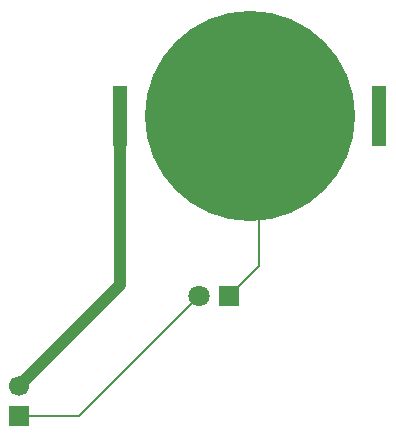
<source format=gbr>
%TF.GenerationSoftware,KiCad,Pcbnew,9.0.1*%
%TF.CreationDate,2025-05-08T10:03:41+02:00*%
%TF.ProjectId,smiley_example_pcb,736d696c-6579-45f6-9578-616d706c655f,rev?*%
%TF.SameCoordinates,Original*%
%TF.FileFunction,Copper,L2,Bot*%
%TF.FilePolarity,Positive*%
%FSLAX46Y46*%
G04 Gerber Fmt 4.6, Leading zero omitted, Abs format (unit mm)*
G04 Created by KiCad (PCBNEW 9.0.1) date 2025-05-08 10:03:41*
%MOMM*%
%LPD*%
G01*
G04 APERTURE LIST*
%TA.AperFunction,SMDPad,CuDef*%
%ADD10C,17.800000*%
%TD*%
%TA.AperFunction,SMDPad,CuDef*%
%ADD11R,1.270000X5.080000*%
%TD*%
%TA.AperFunction,ComponentPad*%
%ADD12R,1.700000X1.700000*%
%TD*%
%TA.AperFunction,ComponentPad*%
%ADD13C,1.700000*%
%TD*%
%TA.AperFunction,ComponentPad*%
%ADD14R,1.800000X1.800000*%
%TD*%
%TA.AperFunction,ComponentPad*%
%ADD15C,1.800000*%
%TD*%
%TA.AperFunction,Conductor*%
%ADD16C,1.000000*%
%TD*%
%TA.AperFunction,Conductor*%
%ADD17C,0.200000*%
%TD*%
G04 APERTURE END LIST*
D10*
%TO.P,BT1,2,-*%
%TO.N,Net-(BT1--)*%
X49975000Y-35560000D03*
D11*
%TO.P,BT1,1,+*%
%TO.N,Net-(BT1-+)*%
X60960000Y-35560000D03*
X38990000Y-35560000D03*
%TD*%
D12*
%TO.P,SW1,1,A*%
%TO.N,Net-(D1-A)*%
X30480000Y-60960000D03*
D13*
%TO.P,SW1,2,B*%
%TO.N,Net-(BT1-+)*%
X30480000Y-58420000D03*
%TD*%
D14*
%TO.P,D1,1,K*%
%TO.N,Net-(BT1--)*%
X48260000Y-50800000D03*
D15*
%TO.P,D1,2,A*%
%TO.N,Net-(D1-A)*%
X45720000Y-50800000D03*
%TD*%
D16*
%TO.N,Net-(BT1-+)*%
X38990000Y-35560000D02*
X38990000Y-49910000D01*
X38990000Y-49910000D02*
X30480000Y-58420000D01*
D17*
%TO.N,Net-(BT1--)*%
X48260000Y-50800000D02*
X50800000Y-48260000D01*
X50800000Y-48260000D02*
X50800000Y-36385000D01*
X50800000Y-36385000D02*
X49975000Y-35560000D01*
%TO.N,Net-(D1-A)*%
X45720000Y-50800000D02*
X35560000Y-60960000D01*
X35560000Y-60960000D02*
X30480000Y-60960000D01*
%TD*%
M02*

</source>
